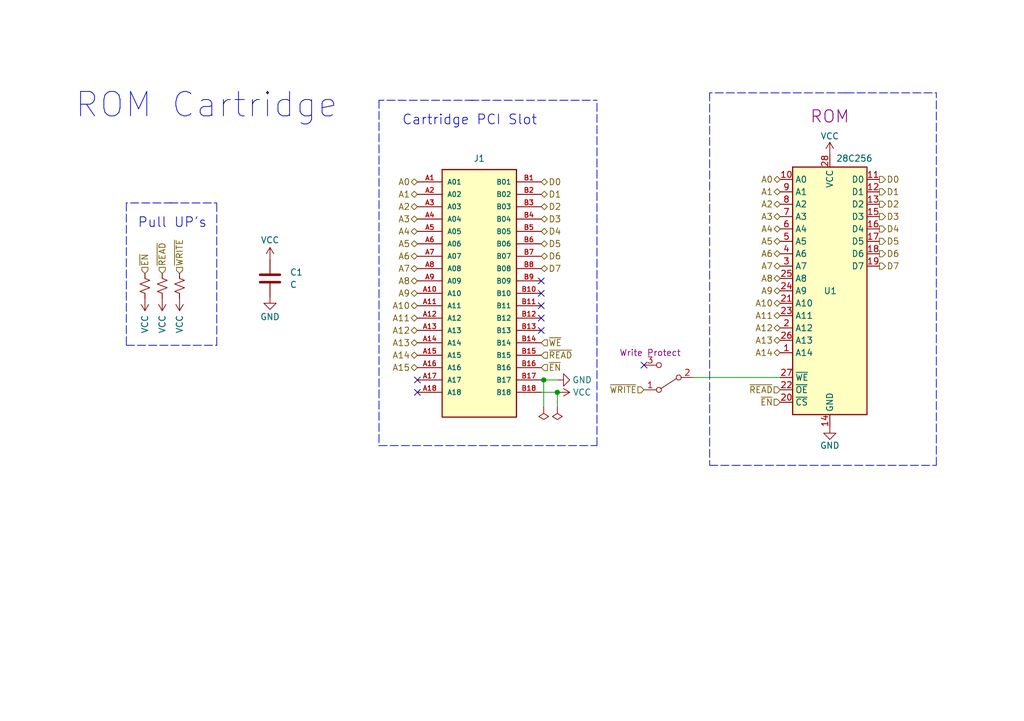
<source format=kicad_sch>
(kicad_sch (version 20211123) (generator eeschema)
  (paper "A5")
  (title_block (title "Programable ROM/RAM Cartridge w/ Battery Backup") (date "2022-01-11") (rev "3") (company "theWIckedWebDev/8-bit-dev"))
  (lib_symbols
    (symbol "Device:C" (pin_numbers hide) (pin_names (offset 0.254))
      (property "Reference" "C" (at 0.635 2.54 0))
      (property "Value" "C" (at 0.635 -2.54 0))
      (symbol "C_0_1"
        (polyline (pts (xy -2.032 -0.762) (xy 2.032 -0.762)) (stroke (width 0.508)))
        (polyline (pts (xy -2.032 0.762) (xy 2.032 0.762)) (stroke (width 0.508)))
      )
      (symbol "C_1_1"
        (pin passive line (at 0 3.81 270) (length 2.794) (name "~") (number "1"))
        (pin passive line (at 0 -3.81 90) (length 2.794) (name "~") (number "2"))
      )
    )
    (symbol "Device:R_Small_US" (pin_numbers hide) (pin_names (offset 0.254) hide)
      (property "Reference" "R" (at 0.762 0.508 0))
      (property "Value" "R_Small_US" (at 0.762 -1.016 0))
      (symbol "R_Small_US_1_1"
        (polyline (pts (xy 0 0) (xy 1.016 -0.381) (xy 0 -0.762) (xy -1.016 -1.143) (xy 0 -1.524)))
        (polyline (pts (xy 0 1.524) (xy 1.016 1.143) (xy 0 0.762) (xy -1.016 0.381) (xy 0 0)))
        (pin passive line (at 0 2.54 270) (length 1.016) (name "~") (number "1"))
        (pin passive line (at 0 -2.54 90) (length 1.016) (name "~") (number "2"))
      )
    )
    (symbol "Memory_EEPROM:28C256"
      (property "Reference" "U" (at -7.62 26.67 0))
      (property "Value" "28C256" (at 2.54 -26.67 0))
      (symbol "28C256_1_1"
        (rectangle (start -7.62 25.4) (end 7.62 -25.4) (stroke (width 0.254)) (fill (type background)))
        (pin input line (at -10.16 -12.7 0) (length 2.54) (name "A14") (number "1"))
        (pin input line (at -10.16 22.86 0) (length 2.54) (name "A0") (number "10"))
        (pin tri_state line (at 10.16 22.86 180) (length 2.54) (name "D0") (number "11"))
        (pin tri_state line (at 10.16 20.32 180) (length 2.54) (name "D1") (number "12"))
        (pin tri_state line (at 10.16 17.78 180) (length 2.54) (name "D2") (number "13"))
        (pin power_in line (at 0 -27.94 90) (length 2.54) (name "GND") (number "14"))
        (pin tri_state line (at 10.16 15.24 180) (length 2.54) (name "D3") (number "15"))
        (pin tri_state line (at 10.16 12.7 180) (length 2.54) (name "D4") (number "16"))
        (pin tri_state line (at 10.16 10.16 180) (length 2.54) (name "D5") (number "17"))
        (pin tri_state line (at 10.16 7.62 180) (length 2.54) (name "D6") (number "18"))
        (pin tri_state line (at 10.16 5.08 180) (length 2.54) (name "D7") (number "19"))
        (pin input line (at -10.16 -7.62 0) (length 2.54) (name "A12") (number "2"))
        (pin input line (at -10.16 -22.86 0) (length 2.54) (name "~{CS}") (number "20"))
        (pin input line (at -10.16 -2.54 0) (length 2.54) (name "A10") (number "21"))
        (pin input line (at -10.16 -20.32 0) (length 2.54) (name "~{OE}") (number "22"))
        (pin input line (at -10.16 -5.08 0) (length 2.54) (name "A11") (number "23"))
        (pin input line (at -10.16 0 0) (length 2.54) (name "A9") (number "24"))
        (pin input line (at -10.16 2.54 0) (length 2.54) (name "A8") (number "25"))
        (pin input line (at -10.16 -10.16 0) (length 2.54) (name "A13") (number "26"))
        (pin input line (at -10.16 -17.78 0) (length 2.54) (name "~{WE}") (number "27"))
        (pin power_in line (at 0 27.94 270) (length 2.54) (name "VCC") (number "28"))
        (pin input line (at -10.16 5.08 0) (length 2.54) (name "A7") (number "3"))
        (pin input line (at -10.16 7.62 0) (length 2.54) (name "A6") (number "4"))
        (pin input line (at -10.16 10.16 0) (length 2.54) (name "A5") (number "5"))
        (pin input line (at -10.16 12.7 0) (length 2.54) (name "A4") (number "6"))
        (pin input line (at -10.16 15.24 0) (length 2.54) (name "A3") (number "7"))
        (pin input line (at -10.16 17.78 0) (length 2.54) (name "A2") (number "8"))
        (pin input line (at -10.16 20.32 0) (length 2.54) (name "A1") (number "9"))
      )
    )
    (symbol "Stephen:PCIE-Edge-Connect-036-02-X-D-RA_1" (pin_names (offset 1.016))
      (property "Reference" "J" (at -7.62 26.162 0))
      (property "Value" "PCIE-Edge-Connect-036-02-X-D-RA_1" (at -7.62 -27.94 0))
      (symbol "PCIE-Edge-Connect-036-02-X-D-RA_1_0_0"
        (rectangle (start -7.62 -25.4) (end 7.62 25.4) (stroke (width 0.254)) (fill (type background)))
        (pin passive line (at -12.7 22.86 0) (length 5.08) (name "A01") (number "A1"))
        (pin passive line (at -12.7 0 0) (length 5.08) (name "A10") (number "A10"))
        (pin passive line (at -12.7 -2.54 0) (length 5.08) (name "A11") (number "A11"))
        (pin passive line (at -12.7 -5.08 0) (length 5.08) (name "A12") (number "A12"))
        (pin passive line (at -12.7 -7.62 0) (length 5.08) (name "A13") (number "A13"))
        (pin passive line (at -12.7 -10.16 0) (length 5.08) (name "A14") (number "A14"))
        (pin passive line (at -12.7 -12.7 0) (length 5.08) (name "A15") (number "A15"))
        (pin passive line (at -12.7 -15.24 0) (length 5.08) (name "A16") (number "A16"))
        (pin passive line (at -12.7 -17.78 0) (length 5.08) (name "A17") (number "A17"))
        (pin passive line (at -12.7 -20.32 0) (length 5.08) (name "A18") (number "A18"))
        (pin passive line (at -12.7 20.32 0) (length 5.08) (name "A02") (number "A2"))
        (pin passive line (at -12.7 17.78 0) (length 5.08) (name "A03") (number "A3"))
        (pin passive line (at -12.7 15.24 0) (length 5.08) (name "A04") (number "A4"))
        (pin passive line (at -12.7 12.7 0) (length 5.08) (name "A05") (number "A5"))
        (pin passive line (at -12.7 10.16 0) (length 5.08) (name "A06") (number "A6"))
        (pin passive line (at -12.7 7.62 0) (length 5.08) (name "A07") (number "A7"))
        (pin passive line (at -12.7 5.08 0) (length 5.08) (name "A08") (number "A8"))
        (pin passive line (at -12.7 2.54 0) (length 5.08) (name "A09") (number "A9"))
        (pin passive line (at 12.7 22.86 180) (length 5.08) (name "B01") (number "B1"))
        (pin passive line (at 12.7 0 180) (length 5.08) (name "B10") (number "B10"))
        (pin passive line (at 12.7 -2.54 180) (length 5.08) (name "B11") (number "B11"))
        (pin passive line (at 12.7 -5.08 180) (length 5.08) (name "B12") (number "B12"))
        (pin passive line (at 12.7 -7.62 180) (length 5.08) (name "B13") (number "B13"))
        (pin passive line (at 12.7 -10.16 180) (length 5.08) (name "B14") (number "B14"))
        (pin passive line (at 12.7 -12.7 180) (length 5.08) (name "B15") (number "B15"))
        (pin passive line (at 12.7 -15.24 180) (length 5.08) (name "B16") (number "B16"))
        (pin passive line (at 12.7 -17.78 180) (length 5.08) (name "B17") (number "B17"))
        (pin passive line (at 12.7 -20.32 180) (length 5.08) (name "B18") (number "B18"))
        (pin passive line (at 12.7 20.32 180) (length 5.08) (name "B02") (number "B2"))
        (pin passive line (at 12.7 17.78 180) (length 5.08) (name "B03") (number "B3"))
        (pin passive line (at 12.7 15.24 180) (length 5.08) (name "B04") (number "B4"))
        (pin passive line (at 12.7 12.7 180) (length 5.08) (name "B05") (number "B5"))
        (pin passive line (at 12.7 10.16 180) (length 5.08) (name "B06") (number "B6"))
        (pin passive line (at 12.7 7.62 180) (length 5.08) (name "B07") (number "B7"))
        (pin passive line (at 12.7 5.08 180) (length 5.08) (name "B08") (number "B8"))
        (pin passive line (at 12.7 2.54 180) (length 5.08) (name "B09") (number "B9"))
      )
    )
    (symbol "Switch:SW_DPDT_x2" (pin_names (offset 0) hide)
      (property "Reference" "SW" (at 0 4.318 0))
      (property "Value" "SW_DPDT_x2" (at 0 -5.08 0))
      (symbol "SW_DPDT_x2_0_0"
        (circle (center -2.032 0) (radius 0.508))
        (circle (center 2.032 -2.54) (radius 0.508))
      )
      (symbol "SW_DPDT_x2_0_1"
        (polyline (pts (xy -1.524 0.254) (xy 1.651 2.286)))
        (circle (center 2.032 2.54) (radius 0.508))
      )
      (symbol "SW_DPDT_x2_1_1"
        (pin passive line (at 5.08 2.54 180) (length 2.54) (name "A") (number "1"))
        (pin passive line (at -5.08 0 0) (length 2.54) (name "B") (number "2"))
        (pin passive line (at 5.08 -2.54 180) (length 2.54) (name "C") (number "3"))
      )
      (symbol "SW_DPDT_x2_2_1"
        (pin passive line (at 5.08 2.54 180) (length 2.54) (name "A") (number "4"))
        (pin passive line (at -5.08 0 0) (length 2.54) (name "B") (number "5"))
        (pin passive line (at 5.08 -2.54 180) (length 2.54) (name "C") (number "6"))
      )
    )
    (symbol "power:GND" (power) (pin_names (offset 0))
      (property "Value" "GND" (at 0 -3.81 0))
      (symbol "GND_0_1"
        (polyline (pts (xy 0 0) (xy 0 -1.27) (xy 1.27 -1.27) (xy 0 -2.54) (xy -1.27 -1.27) (xy 0 -1.27)))
      )
      (symbol "GND_1_1"
        (pin power_in line (at 0 0 270) (length 0) hide (name "GND") (number "1"))
      )
    )
    (symbol "power:PWR_FLAG" (power) (pin_numbers hide) (pin_names (offset 0) hide)
      (property "Value" "PWR_FLAG" (at 0 3.81 0))
      (symbol "PWR_FLAG_0_0"
        (pin power_out line (at 0 0 90) (length 0) (name "pwr") (number "1"))
      )
      (symbol "PWR_FLAG_0_1"
        (polyline (pts (xy 0 0) (xy 0 1.27) (xy -1.016 1.905) (xy 0 2.54) (xy 1.016 1.905) (xy 0 1.27)))
      )
    )
    (symbol "power:VCC" (power) (pin_names (offset 0))
      (property "Value" "VCC" (at 0 3.81 0))
      (symbol "VCC_0_1"
        (polyline (pts (xy -0.762 1.27) (xy 0 2.54)))
        (polyline (pts (xy 0 0) (xy 0 2.54)))
        (polyline (pts (xy 0 2.54) (xy 0.762 1.27)))
      )
      (symbol "VCC_1_1"
        (pin power_in line (at 0 0 90) (length 0) hide (name "VCC") (number "1"))
      )
    )
  )
  (junction (at 111.506 77.978))
  (junction (at 114.3 80.518))
  (no_connect (at 85.598 77.978))
  (no_connect (at 110.998 60.198))
  (no_connect (at 110.998 62.738))
  (no_connect (at 132.08 74.93))
  (no_connect (at 110.998 65.278))
  (no_connect (at 110.998 67.818))
  (no_connect (at 85.598 80.518))
  (no_connect (at 110.998 57.658))
  (wire (pts (xy 110.998 80.518) (xy 114.3 80.518)))
  (polyline (pts (xy 77.724 91.44) (xy 122.428 91.44)))
  (wire (pts (xy 114.3 80.518) (xy 114.3 83.566)))
  (polyline (pts (xy 173.482 19.05) (xy 145.542 19.05)))
  (wire (pts (xy 142.24 77.47) (xy 160.02 77.47)))
  (polyline (pts (xy 25.908 70.866) (xy 44.45 70.866)))
  (polyline (pts (xy 34.798 41.656) (xy 44.45 41.656)))
  (wire (pts (xy 111.506 77.978) (xy 110.998 77.978)))
  (polyline (pts (xy 173.482 19.05) (xy 192.024 19.05)))
  (polyline (pts (xy 97.028 20.574) (xy 77.724 20.574)))
  (polyline (pts (xy 25.908 41.656) (xy 25.908 70.866)))
  (wire (pts (xy 111.506 77.978) (xy 111.506 83.566)))
  (polyline (pts (xy 122.428 91.44) (xy 122.428 20.574)))
  (polyline (pts (xy 96.52 20.574) (xy 122.428 20.574)))
  (polyline (pts (xy 77.724 20.574) (xy 77.724 91.44)))
  (wire (pts (xy 114.3 77.978) (xy 111.506 77.978)))
  (polyline (pts (xy 35.306 41.656) (xy 25.908 41.656)))
  (polyline (pts (xy 145.542 95.504) (xy 192.024 95.504)))
  (polyline (pts (xy 145.542 19.05) (xy 145.542 95.504)))
  (polyline (pts (xy 192.024 95.504) (xy 192.024 19.05)))
  (polyline (pts (xy 44.45 70.866) (xy 44.45 41.656)))
  (text "ROM Cartridge" (at 15.24 24.638 0) (effects (font (size 5 5)) (justify left bottom)))
  (text "Pull UP's" (at 28.194 46.99 0) (effects (font (size 2 2)) (justify left bottom)))
  (text "Cartridge PCI Slot" (at 110.236 25.908 180) (effects (font (size 2 2)) (justify right bottom)))
  (hierarchical_label "~{EN}" (shape input) (at 110.998 75.438 0))
  (hierarchical_label "A9" (shape tri_state) (at 160.02 59.69 180))
  (hierarchical_label "A4" (shape tri_state) (at 85.598 47.498 180))
  (hierarchical_label "A3" (shape tri_state) (at 85.598 44.958 180))
  (hierarchical_label "A10" (shape tri_state) (at 160.02 62.23 180))
  (hierarchical_label "~{EN}" (shape input) (at 29.718 56.134 90))
  (hierarchical_label "D6" (shape output) (at 180.34 52.07 0))
  (hierarchical_label "D0" (shape tri_state) (at 110.998 37.338 0))
  (hierarchical_label "~{WRITE}" (shape input) (at 36.83 56.134 90))
  (hierarchical_label "D0" (shape output) (at 180.34 36.83 0))
  (hierarchical_label "A0" (shape tri_state) (at 160.02 36.83 180))
  (hierarchical_label "A9" (shape tri_state) (at 85.598 60.198 180))
  (hierarchical_label "~{READ}" (shape input) (at 160.02 80.01 180))
  (hierarchical_label "A4" (shape tri_state) (at 160.02 46.99 180))
  (hierarchical_label "A13" (shape tri_state) (at 85.598 70.358 180))
  (hierarchical_label "D6" (shape tri_state) (at 110.998 52.578 0))
  (hierarchical_label "D3" (shape output) (at 180.34 44.45 0))
  (hierarchical_label "A15" (shape tri_state) (at 85.598 75.438 180))
  (hierarchical_label "D4" (shape tri_state) (at 110.998 47.498 0))
  (hierarchical_label "A7" (shape tri_state) (at 160.02 54.61 180))
  (hierarchical_label "A10" (shape tri_state) (at 85.598 62.738 180))
  (hierarchical_label "D2" (shape output) (at 180.34 41.91 0))
  (hierarchical_label "A12" (shape tri_state) (at 85.598 67.818 180))
  (hierarchical_label "A2" (shape tri_state) (at 85.598 42.418 180))
  (hierarchical_label "A1" (shape tri_state) (at 160.02 39.37 180))
  (hierarchical_label "A11" (shape tri_state) (at 85.598 65.278 180))
  (hierarchical_label "A8" (shape tri_state) (at 85.598 57.658 180))
  (hierarchical_label "D5" (shape tri_state) (at 110.998 50.038 0))
  (hierarchical_label "A13" (shape tri_state) (at 160.02 69.85 180))
  (hierarchical_label "~{WRITE}" (shape input) (at 132.08 80.01 180))
  (hierarchical_label "~{READ}" (shape input) (at 110.998 72.898 0))
  (hierarchical_label "A11" (shape tri_state) (at 160.02 64.77 180))
  (hierarchical_label "A5" (shape tri_state) (at 85.598 50.038 180))
  (hierarchical_label "D7" (shape output) (at 180.34 54.61 0))
  (hierarchical_label "A0" (shape tri_state) (at 85.598 37.338 180))
  (hierarchical_label "A1" (shape tri_state) (at 85.598 39.878 180))
  (hierarchical_label "A8" (shape tri_state) (at 160.02 57.15 180))
  (hierarchical_label "D1" (shape output) (at 180.34 39.37 0))
  (hierarchical_label "A7" (shape tri_state) (at 85.598 55.118 180))
  (hierarchical_label "A2" (shape tri_state) (at 160.02 41.91 180))
  (hierarchical_label "~{EN}" (shape input) (at 160.02 82.55 180))
  (hierarchical_label "~{READ}" (shape input) (at 33.274 56.134 90))
  (hierarchical_label "D3" (shape tri_state) (at 110.998 44.958 0))
  (hierarchical_label "D4" (shape output) (at 180.34 46.99 0))
  (hierarchical_label "~{WE}" (shape input) (at 110.998 70.358 0))
  (hierarchical_label "D2" (shape tri_state) (at 110.998 42.418 0))
  (hierarchical_label "A12" (shape tri_state) (at 160.02 67.31 180))
  (hierarchical_label "A5" (shape tri_state) (at 160.02 49.53 180))
  (hierarchical_label "D5" (shape output) (at 180.34 49.53 0))
  (hierarchical_label "A6" (shape tri_state) (at 85.598 52.578 180))
  (hierarchical_label "A3" (shape tri_state) (at 160.02 44.45 180))
  (hierarchical_label "D1" (shape tri_state) (at 110.998 39.878 0))
  (hierarchical_label "D7" (shape tri_state) (at 110.998 55.118 0))
  (hierarchical_label "A6" (shape tri_state) (at 160.02 52.07 180))
  (hierarchical_label "A14" (shape tri_state) (at 160.02 72.39 180))
  (hierarchical_label "A14" (shape tri_state) (at 85.598 72.898 180))
  (symbol (lib_id "power:VCC") (at 33.274 61.214 0) (mirror x) (unit 1)
    (property "Reference" "#PWR0101" (effects hide))
    (property "Value" "VCC" (at 33.274 66.548 90))
  )
  (symbol (lib_id "power:GND") (at 170.18 87.63 0) (unit 1)
    (property "Reference" "#PWR0103" (effects hide))
    (property "Value" "GND" (at 170.18 91.44 0))
  )
  (symbol (lib_id "Switch:SW_DPDT_x2") (at 137.16 77.47 180) (unit 1)
    (property "Reference" "SW1" (effects hide))
    (property "Value" "SW_DPDT_x2" (effects hide))
    (property "Footprint" "Stephenv6:spdt-slide-switch" (effects hide))
    (property "Field4" "Write Protect" (at 133.35 72.39 0))
  )
  (symbol (lib_id "Device:R_Small_US") (at 29.718 58.674 0) (unit 1)
    (property "Reference" "R1" (effects hide))
    (property "Value" "R_Small_US" (effects hide))
    (property "Footprint" "Resistor_SMD:R_0805_2012Metric" (effects hide))
  )
  (symbol (lib_id "power:GND") (at 114.3 77.978 90) (unit 1)
    (property "Reference" "#PWR0110" (effects hide))
    (property "Value" "GND" (at 119.38 77.978 90))
  )
  (symbol (lib_id "Device:C") (at 55.372 57.15 0) (unit 1)
    (property "Reference" "C1" (at 59.436 55.8799 0) (effects (justify left)))
    (property "Value" "C" (at 59.436 58.4199 0) (effects (justify left)))
    (property "Footprint" "Capacitor_SMD:C_0805_2012Metric" (effects hide))
  )
  (symbol (lib_id "power:VCC") (at 55.372 53.34 0) (mirror y) (unit 1)
    (property "Reference" "#PWR01" (effects hide))
    (property "Value" "VCC" (at 55.372 49.276 0))
  )
  (symbol (lib_id "power:VCC") (at 114.3 80.518 270) (unit 1)
    (property "Reference" "#PWR03" (effects hide))
    (property "Value" "VCC" (at 119.38 80.518 90))
  )
  (symbol (lib_id "Stephen:PCIE-Edge-Connect-036-02-X-D-RA_1") (at 98.298 60.198 0) (unit 1)
    (property "Reference" "J1" (at 98.298 32.512 0))
    (property "Value" "PCIE-Edge-Connect-036-02-X-D-RA_1" (effects hide))
    (property "Footprint" "Connector_PCBEdge:BUS_PCIexpress_x1" (effects hide))
    (property "STANDARD" "Manufacturer Recommendations" (effects hide))
    (property "PARTREV" "D" (effects hide))
    (property "MANUFACTURER" "Samtec Inc" (effects hide))
    (property "MAXIMUM_PACKAGE_HEIGHT" "9.58mm" (effects hide))
  )
  (symbol (lib_id "power:VCC") (at 36.83 61.214 0) (mirror x) (unit 1)
    (property "Reference" "#PWR0104" (effects hide))
    (property "Value" "VCC" (at 36.83 66.548 90))
  )
  (symbol (lib_id "power:PWR_FLAG") (at 111.506 83.566 180) (unit 1)
    (property "Reference" "#FLG0102" (effects hide))
    (property "Value" "PWR_FLAG" (effects hide))
  )
  (symbol (lib_id "power:VCC") (at 29.718 61.214 0) (mirror x) (unit 1)
    (property "Reference" "#PWR0102" (effects hide))
    (property "Value" "VCC" (at 29.718 66.548 90))
  )
  (symbol (lib_id "power:PWR_FLAG") (at 114.3 83.566 180) (unit 1)
    (property "Reference" "#FLG0101" (effects hide))
    (property "Value" "PWR_FLAG" (effects hide))
  )
  (symbol (lib_id "power:VCC") (at 170.18 31.75 0) (unit 1)
    (property "Reference" "#PWR0105" (effects hide))
    (property "Value" "VCC" (at 170.18 27.94 0))
  )
  (symbol (lib_id "Device:R_Small_US") (at 36.83 58.674 0) (unit 1)
    (property "Reference" "R3" (effects hide))
    (property "Value" "R_Small_US" (effects hide))
    (property "Footprint" "Resistor_SMD:R_0805_2012Metric" (effects hide))
  )
  (symbol (lib_id "Memory_EEPROM:28C256") (at 170.18 59.69 0) (unit 1)
    (property "Reference" "U1" (at 168.91 59.69 0) (effects (justify left)))
    (property "Value" "28C256" (at 171.45 32.512 0) (effects (justify left)))
    (property "Footprint" "Package_SO:SOIC-28W_7.5x17.9mm_P1.27mm" (effects hide))
    (property "Datasheet" "http://ww1.microchip.com/downloads/en/DeviceDoc/doc0006.pdf" (effects hide))
    (property "Field4" "ROM" (at 170.18 23.876 0) (effects (font (size 2.5 2.5))))
  )
  (symbol (lib_id "Device:R_Small_US") (at 33.274 58.674 0) (unit 1)
    (property "Reference" "R2" (effects hide))
    (property "Value" "R_Small_US" (effects hide))
    (property "Footprint" "Resistor_SMD:R_0805_2012Metric" (effects hide))
  )
  (symbol (lib_id "power:GND") (at 55.372 60.96 0) (unit 1)
    (property "Reference" "#PWR02" (effects hide))
    (property "Value" "GND" (at 55.372 65.024 0))
  )
)
</source>
